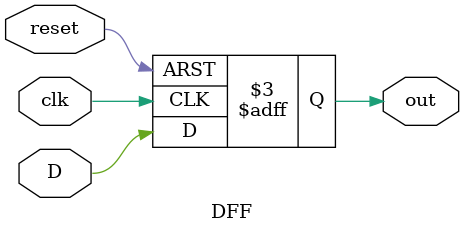
<source format=v>
`timescale 1ns / 1ps


module DFF(output reg out, input D, input reset, input clk);
    initial out=0;
    
    always @ (posedge clk , posedge reset)
    begin
        if(reset) out=0;
        else out=D;
    end
endmodule

</source>
